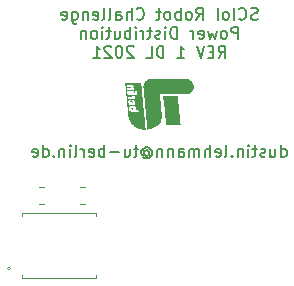
<source format=gbr>
%TF.GenerationSoftware,KiCad,Pcbnew,(6.0.0-rc1-29-g9238b27f63)*%
%TF.CreationDate,2021-12-03T12:51:39+01:00*%
%TF.ProjectId,robolympics_power,726f626f-6c79-46d7-9069-63735f706f77,rev?*%
%TF.SameCoordinates,Original*%
%TF.FileFunction,Legend,Bot*%
%TF.FilePolarity,Positive*%
%FSLAX46Y46*%
G04 Gerber Fmt 4.6, Leading zero omitted, Abs format (unit mm)*
G04 Created by KiCad (PCBNEW (6.0.0-rc1-29-g9238b27f63)) date 2021-12-03 12:51:39*
%MOMM*%
%LPD*%
G01*
G04 APERTURE LIST*
%ADD10C,0.150000*%
%ADD11C,0.120000*%
G04 APERTURE END LIST*
D10*
X185285714Y-100452380D02*
X185285714Y-99452380D01*
X185285714Y-100404761D02*
X185380952Y-100452380D01*
X185571428Y-100452380D01*
X185666666Y-100404761D01*
X185714285Y-100357142D01*
X185761904Y-100261904D01*
X185761904Y-99976190D01*
X185714285Y-99880952D01*
X185666666Y-99833333D01*
X185571428Y-99785714D01*
X185380952Y-99785714D01*
X185285714Y-99833333D01*
X184380952Y-99785714D02*
X184380952Y-100452380D01*
X184809523Y-99785714D02*
X184809523Y-100309523D01*
X184761904Y-100404761D01*
X184666666Y-100452380D01*
X184523809Y-100452380D01*
X184428571Y-100404761D01*
X184380952Y-100357142D01*
X183952380Y-100404761D02*
X183857142Y-100452380D01*
X183666666Y-100452380D01*
X183571428Y-100404761D01*
X183523809Y-100309523D01*
X183523809Y-100261904D01*
X183571428Y-100166666D01*
X183666666Y-100119047D01*
X183809523Y-100119047D01*
X183904761Y-100071428D01*
X183952380Y-99976190D01*
X183952380Y-99928571D01*
X183904761Y-99833333D01*
X183809523Y-99785714D01*
X183666666Y-99785714D01*
X183571428Y-99833333D01*
X183238095Y-99785714D02*
X182857142Y-99785714D01*
X183095238Y-99452380D02*
X183095238Y-100309523D01*
X183047619Y-100404761D01*
X182952380Y-100452380D01*
X182857142Y-100452380D01*
X182523809Y-100452380D02*
X182523809Y-99785714D01*
X182523809Y-99452380D02*
X182571428Y-99500000D01*
X182523809Y-99547619D01*
X182476190Y-99500000D01*
X182523809Y-99452380D01*
X182523809Y-99547619D01*
X182047619Y-99785714D02*
X182047619Y-100452380D01*
X182047619Y-99880952D02*
X182000000Y-99833333D01*
X181904761Y-99785714D01*
X181761904Y-99785714D01*
X181666666Y-99833333D01*
X181619047Y-99928571D01*
X181619047Y-100452380D01*
X181142857Y-100357142D02*
X181095238Y-100404761D01*
X181142857Y-100452380D01*
X181190476Y-100404761D01*
X181142857Y-100357142D01*
X181142857Y-100452380D01*
X180523809Y-100452380D02*
X180619047Y-100404761D01*
X180666666Y-100309523D01*
X180666666Y-99452380D01*
X179761904Y-100404761D02*
X179857142Y-100452380D01*
X180047619Y-100452380D01*
X180142857Y-100404761D01*
X180190476Y-100309523D01*
X180190476Y-99928571D01*
X180142857Y-99833333D01*
X180047619Y-99785714D01*
X179857142Y-99785714D01*
X179761904Y-99833333D01*
X179714285Y-99928571D01*
X179714285Y-100023809D01*
X180190476Y-100119047D01*
X179285714Y-100452380D02*
X179285714Y-99452380D01*
X178857142Y-100452380D02*
X178857142Y-99928571D01*
X178904761Y-99833333D01*
X179000000Y-99785714D01*
X179142857Y-99785714D01*
X179238095Y-99833333D01*
X179285714Y-99880952D01*
X178380952Y-100452380D02*
X178380952Y-99785714D01*
X178380952Y-99880952D02*
X178333333Y-99833333D01*
X178238095Y-99785714D01*
X178095238Y-99785714D01*
X178000000Y-99833333D01*
X177952380Y-99928571D01*
X177952380Y-100452380D01*
X177952380Y-99928571D02*
X177904761Y-99833333D01*
X177809523Y-99785714D01*
X177666666Y-99785714D01*
X177571428Y-99833333D01*
X177523809Y-99928571D01*
X177523809Y-100452380D01*
X176619047Y-100452380D02*
X176619047Y-99928571D01*
X176666666Y-99833333D01*
X176761904Y-99785714D01*
X176952380Y-99785714D01*
X177047619Y-99833333D01*
X176619047Y-100404761D02*
X176714285Y-100452380D01*
X176952380Y-100452380D01*
X177047619Y-100404761D01*
X177095238Y-100309523D01*
X177095238Y-100214285D01*
X177047619Y-100119047D01*
X176952380Y-100071428D01*
X176714285Y-100071428D01*
X176619047Y-100023809D01*
X176142857Y-99785714D02*
X176142857Y-100452380D01*
X176142857Y-99880952D02*
X176095238Y-99833333D01*
X176000000Y-99785714D01*
X175857142Y-99785714D01*
X175761904Y-99833333D01*
X175714285Y-99928571D01*
X175714285Y-100452380D01*
X175238095Y-99785714D02*
X175238095Y-100452380D01*
X175238095Y-99880952D02*
X175190476Y-99833333D01*
X175095238Y-99785714D01*
X174952380Y-99785714D01*
X174857142Y-99833333D01*
X174809523Y-99928571D01*
X174809523Y-100452380D01*
X173714285Y-99976190D02*
X173761904Y-99928571D01*
X173857142Y-99880952D01*
X173952380Y-99880952D01*
X174047619Y-99928571D01*
X174095238Y-99976190D01*
X174142857Y-100071428D01*
X174142857Y-100166666D01*
X174095238Y-100261904D01*
X174047619Y-100309523D01*
X173952380Y-100357142D01*
X173857142Y-100357142D01*
X173761904Y-100309523D01*
X173714285Y-100261904D01*
X173714285Y-99880952D02*
X173714285Y-100261904D01*
X173666666Y-100309523D01*
X173619047Y-100309523D01*
X173523809Y-100261904D01*
X173476190Y-100166666D01*
X173476190Y-99928571D01*
X173571428Y-99785714D01*
X173714285Y-99690476D01*
X173904761Y-99642857D01*
X174095238Y-99690476D01*
X174238095Y-99785714D01*
X174333333Y-99928571D01*
X174380952Y-100119047D01*
X174333333Y-100309523D01*
X174238095Y-100452380D01*
X174095238Y-100547619D01*
X173904761Y-100595238D01*
X173714285Y-100547619D01*
X173571428Y-100452380D01*
X173190476Y-99785714D02*
X172809523Y-99785714D01*
X173047619Y-99452380D02*
X173047619Y-100309523D01*
X173000000Y-100404761D01*
X172904761Y-100452380D01*
X172809523Y-100452380D01*
X172047619Y-99785714D02*
X172047619Y-100452380D01*
X172476190Y-99785714D02*
X172476190Y-100309523D01*
X172428571Y-100404761D01*
X172333333Y-100452380D01*
X172190476Y-100452380D01*
X172095238Y-100404761D01*
X172047619Y-100357142D01*
X171571428Y-100071428D02*
X170809523Y-100071428D01*
X170333333Y-100452380D02*
X170333333Y-99452380D01*
X170333333Y-99833333D02*
X170238095Y-99785714D01*
X170047619Y-99785714D01*
X169952380Y-99833333D01*
X169904761Y-99880952D01*
X169857142Y-99976190D01*
X169857142Y-100261904D01*
X169904761Y-100357142D01*
X169952380Y-100404761D01*
X170047619Y-100452380D01*
X170238095Y-100452380D01*
X170333333Y-100404761D01*
X169047619Y-100404761D02*
X169142857Y-100452380D01*
X169333333Y-100452380D01*
X169428571Y-100404761D01*
X169476190Y-100309523D01*
X169476190Y-99928571D01*
X169428571Y-99833333D01*
X169333333Y-99785714D01*
X169142857Y-99785714D01*
X169047619Y-99833333D01*
X169000000Y-99928571D01*
X169000000Y-100023809D01*
X169476190Y-100119047D01*
X168571428Y-100452380D02*
X168571428Y-99785714D01*
X168571428Y-99976190D02*
X168523809Y-99880952D01*
X168476190Y-99833333D01*
X168380952Y-99785714D01*
X168285714Y-99785714D01*
X167809523Y-100452380D02*
X167904761Y-100404761D01*
X167952380Y-100309523D01*
X167952380Y-99452380D01*
X167428571Y-100452380D02*
X167428571Y-99785714D01*
X167428571Y-99452380D02*
X167476190Y-99500000D01*
X167428571Y-99547619D01*
X167380952Y-99500000D01*
X167428571Y-99452380D01*
X167428571Y-99547619D01*
X166952380Y-99785714D02*
X166952380Y-100452380D01*
X166952380Y-99880952D02*
X166904761Y-99833333D01*
X166809523Y-99785714D01*
X166666666Y-99785714D01*
X166571428Y-99833333D01*
X166523809Y-99928571D01*
X166523809Y-100452380D01*
X166047619Y-100357142D02*
X166000000Y-100404761D01*
X166047619Y-100452380D01*
X166095238Y-100404761D01*
X166047619Y-100357142D01*
X166047619Y-100452380D01*
X165142857Y-100452380D02*
X165142857Y-99452380D01*
X165142857Y-100404761D02*
X165238095Y-100452380D01*
X165428571Y-100452380D01*
X165523809Y-100404761D01*
X165571428Y-100357142D01*
X165619047Y-100261904D01*
X165619047Y-99976190D01*
X165571428Y-99880952D01*
X165523809Y-99833333D01*
X165428571Y-99785714D01*
X165238095Y-99785714D01*
X165142857Y-99833333D01*
X164285714Y-100404761D02*
X164380952Y-100452380D01*
X164571428Y-100452380D01*
X164666666Y-100404761D01*
X164714285Y-100309523D01*
X164714285Y-99928571D01*
X164666666Y-99833333D01*
X164571428Y-99785714D01*
X164380952Y-99785714D01*
X164285714Y-99833333D01*
X164238095Y-99928571D01*
X164238095Y-100023809D01*
X164714285Y-100119047D01*
X183309523Y-88794761D02*
X183166666Y-88842380D01*
X182928571Y-88842380D01*
X182833333Y-88794761D01*
X182785714Y-88747142D01*
X182738095Y-88651904D01*
X182738095Y-88556666D01*
X182785714Y-88461428D01*
X182833333Y-88413809D01*
X182928571Y-88366190D01*
X183119047Y-88318571D01*
X183214285Y-88270952D01*
X183261904Y-88223333D01*
X183309523Y-88128095D01*
X183309523Y-88032857D01*
X183261904Y-87937619D01*
X183214285Y-87890000D01*
X183119047Y-87842380D01*
X182880952Y-87842380D01*
X182738095Y-87890000D01*
X181738095Y-88747142D02*
X181785714Y-88794761D01*
X181928571Y-88842380D01*
X182023809Y-88842380D01*
X182166666Y-88794761D01*
X182261904Y-88699523D01*
X182309523Y-88604285D01*
X182357142Y-88413809D01*
X182357142Y-88270952D01*
X182309523Y-88080476D01*
X182261904Y-87985238D01*
X182166666Y-87890000D01*
X182023809Y-87842380D01*
X181928571Y-87842380D01*
X181785714Y-87890000D01*
X181738095Y-87937619D01*
X181309523Y-88842380D02*
X181309523Y-87842380D01*
X180690476Y-88842380D02*
X180785714Y-88794761D01*
X180833333Y-88747142D01*
X180880952Y-88651904D01*
X180880952Y-88366190D01*
X180833333Y-88270952D01*
X180785714Y-88223333D01*
X180690476Y-88175714D01*
X180547619Y-88175714D01*
X180452380Y-88223333D01*
X180404761Y-88270952D01*
X180357142Y-88366190D01*
X180357142Y-88651904D01*
X180404761Y-88747142D01*
X180452380Y-88794761D01*
X180547619Y-88842380D01*
X180690476Y-88842380D01*
X179928571Y-88842380D02*
X179928571Y-87842380D01*
X178119047Y-88842380D02*
X178452380Y-88366190D01*
X178690476Y-88842380D02*
X178690476Y-87842380D01*
X178309523Y-87842380D01*
X178214285Y-87890000D01*
X178166666Y-87937619D01*
X178119047Y-88032857D01*
X178119047Y-88175714D01*
X178166666Y-88270952D01*
X178214285Y-88318571D01*
X178309523Y-88366190D01*
X178690476Y-88366190D01*
X177547619Y-88842380D02*
X177642857Y-88794761D01*
X177690476Y-88747142D01*
X177738095Y-88651904D01*
X177738095Y-88366190D01*
X177690476Y-88270952D01*
X177642857Y-88223333D01*
X177547619Y-88175714D01*
X177404761Y-88175714D01*
X177309523Y-88223333D01*
X177261904Y-88270952D01*
X177214285Y-88366190D01*
X177214285Y-88651904D01*
X177261904Y-88747142D01*
X177309523Y-88794761D01*
X177404761Y-88842380D01*
X177547619Y-88842380D01*
X176785714Y-88842380D02*
X176785714Y-87842380D01*
X176785714Y-88223333D02*
X176690476Y-88175714D01*
X176500000Y-88175714D01*
X176404761Y-88223333D01*
X176357142Y-88270952D01*
X176309523Y-88366190D01*
X176309523Y-88651904D01*
X176357142Y-88747142D01*
X176404761Y-88794761D01*
X176500000Y-88842380D01*
X176690476Y-88842380D01*
X176785714Y-88794761D01*
X175738095Y-88842380D02*
X175833333Y-88794761D01*
X175880952Y-88747142D01*
X175928571Y-88651904D01*
X175928571Y-88366190D01*
X175880952Y-88270952D01*
X175833333Y-88223333D01*
X175738095Y-88175714D01*
X175595238Y-88175714D01*
X175500000Y-88223333D01*
X175452380Y-88270952D01*
X175404761Y-88366190D01*
X175404761Y-88651904D01*
X175452380Y-88747142D01*
X175500000Y-88794761D01*
X175595238Y-88842380D01*
X175738095Y-88842380D01*
X175119047Y-88175714D02*
X174738095Y-88175714D01*
X174976190Y-87842380D02*
X174976190Y-88699523D01*
X174928571Y-88794761D01*
X174833333Y-88842380D01*
X174738095Y-88842380D01*
X173071428Y-88747142D02*
X173119047Y-88794761D01*
X173261904Y-88842380D01*
X173357142Y-88842380D01*
X173500000Y-88794761D01*
X173595238Y-88699523D01*
X173642857Y-88604285D01*
X173690476Y-88413809D01*
X173690476Y-88270952D01*
X173642857Y-88080476D01*
X173595238Y-87985238D01*
X173500000Y-87890000D01*
X173357142Y-87842380D01*
X173261904Y-87842380D01*
X173119047Y-87890000D01*
X173071428Y-87937619D01*
X172642857Y-88842380D02*
X172642857Y-87842380D01*
X172214285Y-88842380D02*
X172214285Y-88318571D01*
X172261904Y-88223333D01*
X172357142Y-88175714D01*
X172500000Y-88175714D01*
X172595238Y-88223333D01*
X172642857Y-88270952D01*
X171309523Y-88842380D02*
X171309523Y-88318571D01*
X171357142Y-88223333D01*
X171452380Y-88175714D01*
X171642857Y-88175714D01*
X171738095Y-88223333D01*
X171309523Y-88794761D02*
X171404761Y-88842380D01*
X171642857Y-88842380D01*
X171738095Y-88794761D01*
X171785714Y-88699523D01*
X171785714Y-88604285D01*
X171738095Y-88509047D01*
X171642857Y-88461428D01*
X171404761Y-88461428D01*
X171309523Y-88413809D01*
X170690476Y-88842380D02*
X170785714Y-88794761D01*
X170833333Y-88699523D01*
X170833333Y-87842380D01*
X170166666Y-88842380D02*
X170261904Y-88794761D01*
X170309523Y-88699523D01*
X170309523Y-87842380D01*
X169404761Y-88794761D02*
X169500000Y-88842380D01*
X169690476Y-88842380D01*
X169785714Y-88794761D01*
X169833333Y-88699523D01*
X169833333Y-88318571D01*
X169785714Y-88223333D01*
X169690476Y-88175714D01*
X169500000Y-88175714D01*
X169404761Y-88223333D01*
X169357142Y-88318571D01*
X169357142Y-88413809D01*
X169833333Y-88509047D01*
X168928571Y-88175714D02*
X168928571Y-88842380D01*
X168928571Y-88270952D02*
X168880952Y-88223333D01*
X168785714Y-88175714D01*
X168642857Y-88175714D01*
X168547619Y-88223333D01*
X168500000Y-88318571D01*
X168500000Y-88842380D01*
X167595238Y-88175714D02*
X167595238Y-88985238D01*
X167642857Y-89080476D01*
X167690476Y-89128095D01*
X167785714Y-89175714D01*
X167928571Y-89175714D01*
X168023809Y-89128095D01*
X167595238Y-88794761D02*
X167690476Y-88842380D01*
X167880952Y-88842380D01*
X167976190Y-88794761D01*
X168023809Y-88747142D01*
X168071428Y-88651904D01*
X168071428Y-88366190D01*
X168023809Y-88270952D01*
X167976190Y-88223333D01*
X167880952Y-88175714D01*
X167690476Y-88175714D01*
X167595238Y-88223333D01*
X166738095Y-88794761D02*
X166833333Y-88842380D01*
X167023809Y-88842380D01*
X167119047Y-88794761D01*
X167166666Y-88699523D01*
X167166666Y-88318571D01*
X167119047Y-88223333D01*
X167023809Y-88175714D01*
X166833333Y-88175714D01*
X166738095Y-88223333D01*
X166690476Y-88318571D01*
X166690476Y-88413809D01*
X167166666Y-88509047D01*
X181666666Y-90452380D02*
X181666666Y-89452380D01*
X181285714Y-89452380D01*
X181190476Y-89500000D01*
X181142857Y-89547619D01*
X181095238Y-89642857D01*
X181095238Y-89785714D01*
X181142857Y-89880952D01*
X181190476Y-89928571D01*
X181285714Y-89976190D01*
X181666666Y-89976190D01*
X180523809Y-90452380D02*
X180619047Y-90404761D01*
X180666666Y-90357142D01*
X180714285Y-90261904D01*
X180714285Y-89976190D01*
X180666666Y-89880952D01*
X180619047Y-89833333D01*
X180523809Y-89785714D01*
X180380952Y-89785714D01*
X180285714Y-89833333D01*
X180238095Y-89880952D01*
X180190476Y-89976190D01*
X180190476Y-90261904D01*
X180238095Y-90357142D01*
X180285714Y-90404761D01*
X180380952Y-90452380D01*
X180523809Y-90452380D01*
X179857142Y-89785714D02*
X179666666Y-90452380D01*
X179476190Y-89976190D01*
X179285714Y-90452380D01*
X179095238Y-89785714D01*
X178333333Y-90404761D02*
X178428571Y-90452380D01*
X178619047Y-90452380D01*
X178714285Y-90404761D01*
X178761904Y-90309523D01*
X178761904Y-89928571D01*
X178714285Y-89833333D01*
X178619047Y-89785714D01*
X178428571Y-89785714D01*
X178333333Y-89833333D01*
X178285714Y-89928571D01*
X178285714Y-90023809D01*
X178761904Y-90119047D01*
X177857142Y-90452380D02*
X177857142Y-89785714D01*
X177857142Y-89976190D02*
X177809523Y-89880952D01*
X177761904Y-89833333D01*
X177666666Y-89785714D01*
X177571428Y-89785714D01*
X176476190Y-90452380D02*
X176476190Y-89452380D01*
X176238095Y-89452380D01*
X176095238Y-89500000D01*
X176000000Y-89595238D01*
X175952380Y-89690476D01*
X175904761Y-89880952D01*
X175904761Y-90023809D01*
X175952380Y-90214285D01*
X176000000Y-90309523D01*
X176095238Y-90404761D01*
X176238095Y-90452380D01*
X176476190Y-90452380D01*
X175476190Y-90452380D02*
X175476190Y-89785714D01*
X175476190Y-89452380D02*
X175523809Y-89500000D01*
X175476190Y-89547619D01*
X175428571Y-89500000D01*
X175476190Y-89452380D01*
X175476190Y-89547619D01*
X175047619Y-90404761D02*
X174952380Y-90452380D01*
X174761904Y-90452380D01*
X174666666Y-90404761D01*
X174619047Y-90309523D01*
X174619047Y-90261904D01*
X174666666Y-90166666D01*
X174761904Y-90119047D01*
X174904761Y-90119047D01*
X175000000Y-90071428D01*
X175047619Y-89976190D01*
X175047619Y-89928571D01*
X175000000Y-89833333D01*
X174904761Y-89785714D01*
X174761904Y-89785714D01*
X174666666Y-89833333D01*
X174333333Y-89785714D02*
X173952380Y-89785714D01*
X174190476Y-89452380D02*
X174190476Y-90309523D01*
X174142857Y-90404761D01*
X174047619Y-90452380D01*
X173952380Y-90452380D01*
X173619047Y-90452380D02*
X173619047Y-89785714D01*
X173619047Y-89976190D02*
X173571428Y-89880952D01*
X173523809Y-89833333D01*
X173428571Y-89785714D01*
X173333333Y-89785714D01*
X173000000Y-90452380D02*
X173000000Y-89785714D01*
X173000000Y-89452380D02*
X173047619Y-89500000D01*
X173000000Y-89547619D01*
X172952380Y-89500000D01*
X173000000Y-89452380D01*
X173000000Y-89547619D01*
X172523809Y-90452380D02*
X172523809Y-89452380D01*
X172523809Y-89833333D02*
X172428571Y-89785714D01*
X172238095Y-89785714D01*
X172142857Y-89833333D01*
X172095238Y-89880952D01*
X172047619Y-89976190D01*
X172047619Y-90261904D01*
X172095238Y-90357142D01*
X172142857Y-90404761D01*
X172238095Y-90452380D01*
X172428571Y-90452380D01*
X172523809Y-90404761D01*
X171190476Y-89785714D02*
X171190476Y-90452380D01*
X171619047Y-89785714D02*
X171619047Y-90309523D01*
X171571428Y-90404761D01*
X171476190Y-90452380D01*
X171333333Y-90452380D01*
X171238095Y-90404761D01*
X171190476Y-90357142D01*
X170857142Y-89785714D02*
X170476190Y-89785714D01*
X170714285Y-89452380D02*
X170714285Y-90309523D01*
X170666666Y-90404761D01*
X170571428Y-90452380D01*
X170476190Y-90452380D01*
X170142857Y-90452380D02*
X170142857Y-89785714D01*
X170142857Y-89452380D02*
X170190476Y-89500000D01*
X170142857Y-89547619D01*
X170095238Y-89500000D01*
X170142857Y-89452380D01*
X170142857Y-89547619D01*
X169523809Y-90452380D02*
X169619047Y-90404761D01*
X169666666Y-90357142D01*
X169714285Y-90261904D01*
X169714285Y-89976190D01*
X169666666Y-89880952D01*
X169619047Y-89833333D01*
X169523809Y-89785714D01*
X169380952Y-89785714D01*
X169285714Y-89833333D01*
X169238095Y-89880952D01*
X169190476Y-89976190D01*
X169190476Y-90261904D01*
X169238095Y-90357142D01*
X169285714Y-90404761D01*
X169380952Y-90452380D01*
X169523809Y-90452380D01*
X168761904Y-89785714D02*
X168761904Y-90452380D01*
X168761904Y-89880952D02*
X168714285Y-89833333D01*
X168619047Y-89785714D01*
X168476190Y-89785714D01*
X168380952Y-89833333D01*
X168333333Y-89928571D01*
X168333333Y-90452380D01*
X180000000Y-92062380D02*
X180333333Y-91586190D01*
X180571428Y-92062380D02*
X180571428Y-91062380D01*
X180190476Y-91062380D01*
X180095238Y-91110000D01*
X180047619Y-91157619D01*
X180000000Y-91252857D01*
X180000000Y-91395714D01*
X180047619Y-91490952D01*
X180095238Y-91538571D01*
X180190476Y-91586190D01*
X180571428Y-91586190D01*
X179571428Y-91538571D02*
X179238095Y-91538571D01*
X179095238Y-92062380D02*
X179571428Y-92062380D01*
X179571428Y-91062380D01*
X179095238Y-91062380D01*
X178809523Y-91062380D02*
X178476190Y-92062380D01*
X178142857Y-91062380D01*
X176523809Y-92062380D02*
X177095238Y-92062380D01*
X176809523Y-92062380D02*
X176809523Y-91062380D01*
X176904761Y-91205238D01*
X177000000Y-91300476D01*
X177095238Y-91348095D01*
X175333333Y-92062380D02*
X175333333Y-91062380D01*
X175095238Y-91062380D01*
X174952380Y-91110000D01*
X174857142Y-91205238D01*
X174809523Y-91300476D01*
X174761904Y-91490952D01*
X174761904Y-91633809D01*
X174809523Y-91824285D01*
X174857142Y-91919523D01*
X174952380Y-92014761D01*
X175095238Y-92062380D01*
X175333333Y-92062380D01*
X173857142Y-92062380D02*
X174333333Y-92062380D01*
X174333333Y-91062380D01*
X172809523Y-91157619D02*
X172761904Y-91110000D01*
X172666666Y-91062380D01*
X172428571Y-91062380D01*
X172333333Y-91110000D01*
X172285714Y-91157619D01*
X172238095Y-91252857D01*
X172238095Y-91348095D01*
X172285714Y-91490952D01*
X172857142Y-92062380D01*
X172238095Y-92062380D01*
X171619047Y-91062380D02*
X171523809Y-91062380D01*
X171428571Y-91110000D01*
X171380952Y-91157619D01*
X171333333Y-91252857D01*
X171285714Y-91443333D01*
X171285714Y-91681428D01*
X171333333Y-91871904D01*
X171380952Y-91967142D01*
X171428571Y-92014761D01*
X171523809Y-92062380D01*
X171619047Y-92062380D01*
X171714285Y-92014761D01*
X171761904Y-91967142D01*
X171809523Y-91871904D01*
X171857142Y-91681428D01*
X171857142Y-91443333D01*
X171809523Y-91252857D01*
X171761904Y-91157619D01*
X171714285Y-91110000D01*
X171619047Y-91062380D01*
X170904761Y-91157619D02*
X170857142Y-91110000D01*
X170761904Y-91062380D01*
X170523809Y-91062380D01*
X170428571Y-91110000D01*
X170380952Y-91157619D01*
X170333333Y-91252857D01*
X170333333Y-91348095D01*
X170380952Y-91490952D01*
X170952380Y-92062380D01*
X170333333Y-92062380D01*
X169380952Y-92062380D02*
X169952380Y-92062380D01*
X169666666Y-92062380D02*
X169666666Y-91062380D01*
X169761904Y-91205238D01*
X169857142Y-91300476D01*
X169952380Y-91348095D01*
D11*
%TO.C,R1*%
X164772936Y-104485000D02*
X165227064Y-104485000D01*
X164772936Y-103015000D02*
X165227064Y-103015000D01*
%TO.C,U1*%
X163375800Y-110755900D02*
X163375800Y-110491740D01*
X169624200Y-105244100D02*
X169624200Y-105508260D01*
X163375800Y-105244100D02*
X169624200Y-105244100D01*
X169624200Y-110491740D02*
X169624200Y-110755900D01*
X169624200Y-110755900D02*
X163375800Y-110755900D01*
X163375800Y-105508260D02*
X163375800Y-105244100D01*
X162404200Y-109905000D02*
G75*
G03*
X162404200Y-109905000I-127000J0D01*
G01*
%TO.C,G\u002A\u002A\u002A*%
G36*
X173540434Y-95131390D02*
G01*
X173548334Y-95213563D01*
X173551544Y-95246940D01*
X173556431Y-95297767D01*
X173564706Y-95383809D01*
X173573140Y-95471502D01*
X173581716Y-95560653D01*
X173582420Y-95567966D01*
X173590415Y-95651074D01*
X173599219Y-95742573D01*
X173608109Y-95834960D01*
X173611680Y-95872064D01*
X173617068Y-95928045D01*
X173626076Y-96021637D01*
X173635116Y-96115547D01*
X173644169Y-96209584D01*
X173653217Y-96303557D01*
X173662242Y-96397276D01*
X173671225Y-96490552D01*
X173680148Y-96583193D01*
X173685239Y-96636050D01*
X173688992Y-96675010D01*
X173697740Y-96765812D01*
X173706373Y-96855408D01*
X173714872Y-96943609D01*
X173723219Y-97030224D01*
X173731397Y-97115062D01*
X173739386Y-97197935D01*
X173747169Y-97278650D01*
X173754727Y-97357018D01*
X173762041Y-97432849D01*
X173769094Y-97505952D01*
X173775866Y-97576137D01*
X173782341Y-97643213D01*
X173788499Y-97706991D01*
X173794322Y-97767279D01*
X173799792Y-97823889D01*
X173804890Y-97876628D01*
X173809598Y-97925308D01*
X173813898Y-97969737D01*
X173817772Y-98009726D01*
X173821201Y-98045084D01*
X173824166Y-98075620D01*
X173826650Y-98101145D01*
X173828635Y-98121468D01*
X173830101Y-98136399D01*
X173831031Y-98145747D01*
X173831405Y-98149323D01*
X173833108Y-98160978D01*
X173746752Y-98159279D01*
X173719844Y-98158688D01*
X173692776Y-98157881D01*
X173669252Y-98156854D01*
X173647946Y-98155506D01*
X173627532Y-98153736D01*
X173606684Y-98151442D01*
X173584078Y-98148524D01*
X173558387Y-98144879D01*
X173512926Y-98137468D01*
X173424657Y-98118598D01*
X173338327Y-98094220D01*
X173254150Y-98064514D01*
X173172339Y-98029659D01*
X173093108Y-97989833D01*
X173016670Y-97945218D01*
X172943240Y-97895991D01*
X172873029Y-97842333D01*
X172806253Y-97784423D01*
X172743125Y-97722440D01*
X172683857Y-97656564D01*
X172628665Y-97586974D01*
X172577760Y-97513849D01*
X172531357Y-97437369D01*
X172489670Y-97357714D01*
X172452912Y-97275062D01*
X172421296Y-97189593D01*
X172406285Y-97141954D01*
X172386084Y-97065947D01*
X172370282Y-96988857D01*
X172358640Y-96909469D01*
X172350925Y-96826565D01*
X172350827Y-96825292D01*
X172350177Y-96817860D01*
X172348986Y-96804818D01*
X172347277Y-96786401D01*
X172345073Y-96762847D01*
X172342396Y-96734390D01*
X172339268Y-96701269D01*
X172335714Y-96663719D01*
X172331754Y-96621976D01*
X172327412Y-96576277D01*
X172322711Y-96526859D01*
X172317674Y-96473958D01*
X172312322Y-96417810D01*
X172306679Y-96358652D01*
X172306524Y-96357028D01*
X172406576Y-96357028D01*
X172406654Y-96365790D01*
X172407035Y-96381993D01*
X172407859Y-96394591D01*
X172409325Y-96405244D01*
X172411632Y-96415610D01*
X172414977Y-96427348D01*
X172418974Y-96439649D01*
X172435138Y-96477551D01*
X172455897Y-96511663D01*
X172481135Y-96541891D01*
X172510736Y-96568142D01*
X172544583Y-96590323D01*
X172582558Y-96608340D01*
X172624545Y-96622100D01*
X172670428Y-96631509D01*
X172670822Y-96631568D01*
X172677104Y-96632369D01*
X172684678Y-96633073D01*
X172693938Y-96633683D01*
X172705274Y-96634208D01*
X172719080Y-96634652D01*
X172735747Y-96635021D01*
X172755669Y-96635323D01*
X172779237Y-96635562D01*
X172806843Y-96635744D01*
X172838881Y-96635877D01*
X172875742Y-96635965D01*
X172917819Y-96636015D01*
X172965504Y-96636032D01*
X173230690Y-96636050D01*
X173228867Y-96617298D01*
X173228773Y-96616314D01*
X173227926Y-96606725D01*
X173226754Y-96592598D01*
X173225357Y-96575188D01*
X173223836Y-96555751D01*
X173222292Y-96535542D01*
X173221892Y-96530290D01*
X173220408Y-96511433D01*
X173219003Y-96494552D01*
X173217764Y-96480649D01*
X173216781Y-96470726D01*
X173216142Y-96465786D01*
X173214745Y-96459036D01*
X173100794Y-96459036D01*
X173085547Y-96459019D01*
X173056462Y-96458873D01*
X173032086Y-96458582D01*
X173012679Y-96458154D01*
X172998497Y-96457594D01*
X172989798Y-96456910D01*
X172986842Y-96456108D01*
X172986922Y-96455502D01*
X172988962Y-96450444D01*
X172992892Y-96443357D01*
X172995853Y-96438094D01*
X173003638Y-96418300D01*
X173008766Y-96395190D01*
X173011053Y-96370419D01*
X173010314Y-96345646D01*
X173006364Y-96322525D01*
X172999044Y-96300293D01*
X172984213Y-96270781D01*
X172964437Y-96243135D01*
X172940237Y-96217644D01*
X172912132Y-96194596D01*
X172880646Y-96174277D01*
X172846298Y-96156976D01*
X172809609Y-96142979D01*
X172771100Y-96132575D01*
X172731293Y-96126050D01*
X172690709Y-96123692D01*
X172649867Y-96125789D01*
X172647095Y-96126098D01*
X172603140Y-96133403D01*
X172563045Y-96144755D01*
X172526983Y-96160031D01*
X172495129Y-96179111D01*
X172467658Y-96201871D01*
X172444743Y-96228191D01*
X172426559Y-96257949D01*
X172413280Y-96291023D01*
X172412146Y-96294764D01*
X172409618Y-96304405D01*
X172407952Y-96313922D01*
X172406994Y-96324845D01*
X172406587Y-96338703D01*
X172406576Y-96357028D01*
X172306524Y-96357028D01*
X172300767Y-96296720D01*
X172294609Y-96232250D01*
X172288227Y-96165480D01*
X172281645Y-96096644D01*
X172274886Y-96025981D01*
X172267970Y-95953725D01*
X172260922Y-95880114D01*
X172253870Y-95806484D01*
X172355353Y-95806484D01*
X172355371Y-95812258D01*
X172355861Y-95836575D01*
X172357199Y-95856660D01*
X172359643Y-95873954D01*
X172363449Y-95889899D01*
X172368873Y-95905936D01*
X172376172Y-95923507D01*
X172383897Y-95938970D01*
X172400665Y-95965208D01*
X172421285Y-95990837D01*
X172444561Y-96014435D01*
X172469301Y-96034576D01*
X172479118Y-96041253D01*
X172509974Y-96058796D01*
X172543905Y-96073789D01*
X172578880Y-96085406D01*
X172612867Y-96092824D01*
X172621634Y-96094071D01*
X172665212Y-96097402D01*
X172708708Y-96096172D01*
X172751201Y-96090542D01*
X172791772Y-96080673D01*
X172829502Y-96066726D01*
X172863471Y-96048862D01*
X172870272Y-96044474D01*
X172898555Y-96022213D01*
X172921997Y-95996761D01*
X172940474Y-95968568D01*
X172953864Y-95938087D01*
X172962045Y-95905769D01*
X172964892Y-95872064D01*
X172962283Y-95837424D01*
X172954095Y-95802301D01*
X172940206Y-95767145D01*
X172938562Y-95763780D01*
X172918632Y-95730427D01*
X172893562Y-95700146D01*
X172863392Y-95672977D01*
X172828157Y-95648959D01*
X172825199Y-95647248D01*
X172814929Y-95641735D01*
X172802858Y-95635699D01*
X172790177Y-95629682D01*
X172778076Y-95624226D01*
X172767746Y-95619872D01*
X172760379Y-95617163D01*
X172757164Y-95616642D01*
X172756805Y-95617069D01*
X172753394Y-95621207D01*
X172746681Y-95629385D01*
X172737023Y-95641169D01*
X172724773Y-95656123D01*
X172710288Y-95673815D01*
X172693922Y-95693811D01*
X172676032Y-95715677D01*
X172656971Y-95738979D01*
X172649403Y-95748226D01*
X172630684Y-95771040D01*
X172613216Y-95792247D01*
X172597363Y-95811413D01*
X172583485Y-95828103D01*
X172571947Y-95841881D01*
X172563110Y-95852311D01*
X172557338Y-95858960D01*
X172554992Y-95861391D01*
X172553382Y-95860281D01*
X172550305Y-95854882D01*
X172546906Y-95846390D01*
X172543776Y-95834483D01*
X172541314Y-95813569D01*
X172541473Y-95790856D01*
X172544196Y-95768477D01*
X172549431Y-95748562D01*
X172562061Y-95719819D01*
X172579421Y-95691597D01*
X172599839Y-95667426D01*
X172617910Y-95649354D01*
X172605111Y-95647679D01*
X172600333Y-95647169D01*
X172589530Y-95646251D01*
X172574978Y-95645166D01*
X172557972Y-95644008D01*
X172539807Y-95642873D01*
X172530779Y-95642330D01*
X172508841Y-95640977D01*
X172486340Y-95639551D01*
X172465461Y-95638192D01*
X172448388Y-95637038D01*
X172436405Y-95636305D01*
X172421014Y-95635798D01*
X172410724Y-95636114D01*
X172405957Y-95637252D01*
X172404839Y-95638464D01*
X172400675Y-95644882D01*
X172395002Y-95655196D01*
X172388379Y-95668231D01*
X172381364Y-95682807D01*
X172374517Y-95697748D01*
X172368394Y-95711875D01*
X172363556Y-95724011D01*
X172360560Y-95732979D01*
X172360264Y-95734095D01*
X172358259Y-95743402D01*
X172356846Y-95754158D01*
X172355944Y-95767499D01*
X172355473Y-95784563D01*
X172355353Y-95806484D01*
X172253870Y-95806484D01*
X172253765Y-95805385D01*
X172246520Y-95729772D01*
X172239210Y-95653513D01*
X172231858Y-95576845D01*
X172224488Y-95500003D01*
X172217120Y-95423224D01*
X172214598Y-95396952D01*
X172317789Y-95396952D01*
X172317817Y-95403703D01*
X172317994Y-95406866D01*
X172318700Y-95415599D01*
X172319865Y-95428721D01*
X172321409Y-95445336D01*
X172323250Y-95464547D01*
X172325305Y-95485459D01*
X172326939Y-95501979D01*
X172328822Y-95521259D01*
X172330429Y-95537974D01*
X172331677Y-95551273D01*
X172332487Y-95560304D01*
X172332777Y-95564215D01*
X172332794Y-95564300D01*
X172334190Y-95564933D01*
X172338035Y-95565493D01*
X172344626Y-95565985D01*
X172354257Y-95566413D01*
X172367226Y-95566779D01*
X172383828Y-95567088D01*
X172404359Y-95567343D01*
X172429115Y-95567549D01*
X172458392Y-95567709D01*
X172492485Y-95567827D01*
X172531691Y-95567907D01*
X172576306Y-95567952D01*
X172626625Y-95567966D01*
X172920459Y-95567966D01*
X172919155Y-95558215D01*
X172918530Y-95552396D01*
X172917532Y-95541625D01*
X172916270Y-95527119D01*
X172914844Y-95510018D01*
X172913351Y-95491460D01*
X172911928Y-95473823D01*
X172910414Y-95455817D01*
X172909025Y-95440045D01*
X172907870Y-95427758D01*
X172907062Y-95420204D01*
X172905272Y-95405953D01*
X172858300Y-95405755D01*
X172811328Y-95405558D01*
X172827789Y-95401135D01*
X172844226Y-95395635D01*
X172865775Y-95384582D01*
X172883734Y-95370514D01*
X172897330Y-95354075D01*
X172905795Y-95335911D01*
X172908678Y-95324110D01*
X172910601Y-95311612D01*
X172911354Y-95300322D01*
X172910836Y-95291777D01*
X172908947Y-95287513D01*
X172906471Y-95287132D01*
X172898508Y-95286788D01*
X172885827Y-95286603D01*
X172869144Y-95286579D01*
X172849179Y-95286714D01*
X172826649Y-95287010D01*
X172802272Y-95287466D01*
X172699244Y-95289674D01*
X172699780Y-95315561D01*
X172699877Y-95321441D01*
X172699692Y-95332819D01*
X172698594Y-95340953D01*
X172696208Y-95347802D01*
X172692159Y-95355328D01*
X172691977Y-95355635D01*
X172682065Y-95368150D01*
X172669269Y-95378661D01*
X172667383Y-95379857D01*
X172661148Y-95383526D01*
X172654761Y-95386628D01*
X172647690Y-95389209D01*
X172639403Y-95391319D01*
X172629369Y-95393003D01*
X172617057Y-95394311D01*
X172601933Y-95395288D01*
X172583468Y-95395984D01*
X172561128Y-95396446D01*
X172534383Y-95396720D01*
X172502701Y-95396856D01*
X172465551Y-95396900D01*
X172317789Y-95396952D01*
X172214598Y-95396952D01*
X172209779Y-95346745D01*
X172202487Y-95270801D01*
X172195266Y-95195630D01*
X172188139Y-95121467D01*
X172183761Y-95075927D01*
X172285826Y-95075927D01*
X172286801Y-95084178D01*
X172286926Y-95085303D01*
X172287643Y-95092386D01*
X172288781Y-95104104D01*
X172290243Y-95119444D01*
X172291933Y-95137392D01*
X172293753Y-95156933D01*
X172294275Y-95162542D01*
X172296134Y-95182205D01*
X172297890Y-95200304D01*
X172299434Y-95215737D01*
X172300655Y-95227400D01*
X172301443Y-95234189D01*
X172303156Y-95246940D01*
X173110678Y-95246940D01*
X173108919Y-95231189D01*
X173108607Y-95228299D01*
X173107584Y-95218306D01*
X173106154Y-95203951D01*
X173104427Y-95186332D01*
X173102509Y-95166544D01*
X173100509Y-95145682D01*
X173093857Y-95075927D01*
X172285826Y-95075927D01*
X172183761Y-95075927D01*
X172181129Y-95048550D01*
X172174259Y-94977114D01*
X172167551Y-94907396D01*
X172161536Y-94844909D01*
X172263012Y-94844909D01*
X172264779Y-94859160D01*
X172264945Y-94860553D01*
X172265900Y-94869213D01*
X172267281Y-94882412D01*
X172268974Y-94899017D01*
X172270863Y-94917896D01*
X172272832Y-94937916D01*
X172273485Y-94944579D01*
X172275387Y-94963537D01*
X172277146Y-94980460D01*
X172278657Y-94994363D01*
X172279813Y-95004262D01*
X172280509Y-95009172D01*
X172281901Y-95015922D01*
X173096747Y-95015922D01*
X173088397Y-94935666D01*
X173086212Y-94914518D01*
X173084200Y-94894744D01*
X173082485Y-94877583D01*
X173081149Y-94863872D01*
X173080276Y-94854451D01*
X173079948Y-94850159D01*
X173079670Y-94848847D01*
X173078368Y-94847633D01*
X173075420Y-94846696D01*
X173070205Y-94846001D01*
X173062100Y-94845513D01*
X173050484Y-94845195D01*
X173034733Y-94845012D01*
X173014227Y-94844929D01*
X172988342Y-94844909D01*
X172965406Y-94844923D01*
X172944259Y-94844997D01*
X172927947Y-94845165D01*
X172915848Y-94845463D01*
X172907340Y-94845928D01*
X172901803Y-94846594D01*
X172898613Y-94847498D01*
X172897150Y-94848674D01*
X172896792Y-94850159D01*
X172897064Y-94854322D01*
X172897874Y-94863657D01*
X172899141Y-94877298D01*
X172900787Y-94894405D01*
X172902732Y-94914141D01*
X172904896Y-94935666D01*
X172913043Y-95015922D01*
X172861700Y-95015922D01*
X172859848Y-94995671D01*
X172859689Y-94993955D01*
X172858693Y-94983546D01*
X172857240Y-94968716D01*
X172855454Y-94950711D01*
X172853459Y-94930778D01*
X172851378Y-94910164D01*
X172844760Y-94844909D01*
X172263012Y-94844909D01*
X172161536Y-94844909D01*
X172161028Y-94839632D01*
X172154712Y-94774059D01*
X172148627Y-94710913D01*
X172142794Y-94650430D01*
X172137237Y-94592848D01*
X172131978Y-94538402D01*
X172127041Y-94487329D01*
X172122447Y-94439865D01*
X172118219Y-94396246D01*
X172114380Y-94356710D01*
X172111935Y-94331581D01*
X172215781Y-94331581D01*
X172215786Y-94339976D01*
X172215976Y-94343783D01*
X172216687Y-94353169D01*
X172217850Y-94366881D01*
X172219385Y-94384009D01*
X172221213Y-94403643D01*
X172223252Y-94424876D01*
X172225007Y-94442922D01*
X172226858Y-94462081D01*
X172228435Y-94478553D01*
X172229662Y-94491516D01*
X172230459Y-94500149D01*
X172230748Y-94503632D01*
X172230978Y-94503742D01*
X172235472Y-94504130D01*
X172245325Y-94504496D01*
X172260032Y-94504834D01*
X172279091Y-94505140D01*
X172301998Y-94505405D01*
X172328251Y-94505625D01*
X172357345Y-94505792D01*
X172388778Y-94505902D01*
X172422047Y-94505948D01*
X172458093Y-94505967D01*
X172491700Y-94506009D01*
X172520194Y-94506086D01*
X172544036Y-94506210D01*
X172563686Y-94506394D01*
X172579606Y-94506651D01*
X172592257Y-94506994D01*
X172602099Y-94507434D01*
X172609594Y-94507985D01*
X172615201Y-94508660D01*
X172619383Y-94509471D01*
X172622600Y-94510431D01*
X172625313Y-94511553D01*
X172638773Y-94519730D01*
X172648460Y-94531025D01*
X172653014Y-94545017D01*
X172653380Y-94554371D01*
X172649939Y-94566810D01*
X172641296Y-94577210D01*
X172627083Y-94586153D01*
X172610312Y-94594389D01*
X172425048Y-94595247D01*
X172420698Y-94595268D01*
X172388181Y-94595461D01*
X172357574Y-94595708D01*
X172329389Y-94596000D01*
X172304137Y-94596330D01*
X172282330Y-94596689D01*
X172264479Y-94597068D01*
X172251094Y-94597460D01*
X172242687Y-94597856D01*
X172239770Y-94598248D01*
X172239770Y-94598250D01*
X172240065Y-94602287D01*
X172240897Y-94611310D01*
X172242165Y-94624338D01*
X172243766Y-94640391D01*
X172245601Y-94658490D01*
X172247567Y-94677654D01*
X172249565Y-94696905D01*
X172251492Y-94715261D01*
X172253248Y-94731744D01*
X172254732Y-94745373D01*
X172255842Y-94755169D01*
X172256477Y-94760152D01*
X172258056Y-94769903D01*
X172840102Y-94769903D01*
X172838513Y-94760152D01*
X172838335Y-94758943D01*
X172837436Y-94751470D01*
X172836129Y-94739387D01*
X172834519Y-94723734D01*
X172832717Y-94705556D01*
X172830829Y-94685896D01*
X172830247Y-94679757D01*
X172828374Y-94660442D01*
X172826619Y-94642929D01*
X172825091Y-94628263D01*
X172823898Y-94617485D01*
X172823146Y-94611640D01*
X172821557Y-94601890D01*
X172784190Y-94601890D01*
X172782680Y-94601888D01*
X172768701Y-94601686D01*
X172757310Y-94601198D01*
X172749646Y-94600493D01*
X172746843Y-94599639D01*
X172747196Y-94598832D01*
X172750952Y-94595081D01*
X172757484Y-94590156D01*
X172769074Y-94580836D01*
X172784000Y-94565160D01*
X172797790Y-94546840D01*
X172808981Y-94527653D01*
X172809967Y-94525654D01*
X172814847Y-94515287D01*
X172817892Y-94507006D01*
X172819533Y-94498792D01*
X172820202Y-94488621D01*
X172820329Y-94474472D01*
X172820195Y-94460636D01*
X172819525Y-94450226D01*
X172817935Y-94441987D01*
X172815042Y-94433966D01*
X172810462Y-94424210D01*
X172797696Y-94403936D01*
X172778723Y-94384454D01*
X172754436Y-94367657D01*
X172724810Y-94353528D01*
X172689818Y-94342049D01*
X172658316Y-94333556D01*
X172437048Y-94332569D01*
X172215781Y-94331581D01*
X172111935Y-94331581D01*
X172110953Y-94321492D01*
X172107961Y-94290828D01*
X172105425Y-94264956D01*
X172103369Y-94244112D01*
X172101816Y-94228532D01*
X172100787Y-94218452D01*
X172100307Y-94214109D01*
X172098701Y-94202858D01*
X172799383Y-94202858D01*
X172873570Y-94202865D01*
X172942045Y-94202879D01*
X173005029Y-94202904D01*
X173062743Y-94202941D01*
X173115407Y-94202990D01*
X173163241Y-94203054D01*
X173206467Y-94203134D01*
X173245306Y-94203231D01*
X173279977Y-94203346D01*
X173310702Y-94203482D01*
X173337700Y-94203639D01*
X173361194Y-94203818D01*
X173381402Y-94204022D01*
X173398547Y-94204252D01*
X173412849Y-94204509D01*
X173424527Y-94204794D01*
X173433804Y-94205109D01*
X173440899Y-94205455D01*
X173446033Y-94205835D01*
X173449428Y-94206248D01*
X173451302Y-94206697D01*
X173451878Y-94207182D01*
X173452025Y-94208936D01*
X173452712Y-94216378D01*
X173453943Y-94229466D01*
X173455700Y-94248009D01*
X173457965Y-94271818D01*
X173460720Y-94300702D01*
X173463946Y-94334471D01*
X173467625Y-94372934D01*
X173471739Y-94415902D01*
X173476269Y-94463183D01*
X173481197Y-94514588D01*
X173486504Y-94569926D01*
X173492173Y-94629008D01*
X173498185Y-94691641D01*
X173504522Y-94757637D01*
X173505700Y-94769903D01*
X173511165Y-94826805D01*
X173518096Y-94898955D01*
X173525297Y-94973896D01*
X173529336Y-95015922D01*
X173532749Y-95051438D01*
X173540434Y-95131390D01*
G37*
G36*
X172717267Y-96315932D02*
G01*
X172739961Y-96320557D01*
X172740068Y-96320590D01*
X172760174Y-96329033D01*
X172776555Y-96340511D01*
X172789021Y-96354278D01*
X172797384Y-96369589D01*
X172801455Y-96385698D01*
X172801045Y-96401859D01*
X172795964Y-96417327D01*
X172786025Y-96431357D01*
X172771037Y-96443203D01*
X172763511Y-96447331D01*
X172752078Y-96452570D01*
X172742591Y-96455815D01*
X172741215Y-96456123D01*
X172725982Y-96457680D01*
X172708025Y-96457037D01*
X172689835Y-96454406D01*
X172673904Y-96449997D01*
X172660804Y-96443965D01*
X172644071Y-96432121D01*
X172631159Y-96417610D01*
X172622602Y-96401270D01*
X172618936Y-96383943D01*
X172620695Y-96366467D01*
X172627774Y-96350642D01*
X172639658Y-96337073D01*
X172655395Y-96326492D01*
X172674139Y-96319224D01*
X172695045Y-96315596D01*
X172717267Y-96315932D01*
G37*
G36*
X172763658Y-95797456D02*
G01*
X172769452Y-95802437D01*
X172776407Y-95809721D01*
X172781835Y-95816845D01*
X172789826Y-95832816D01*
X172793843Y-95849807D01*
X172793277Y-95865799D01*
X172787273Y-95881732D01*
X172775893Y-95896795D01*
X172760022Y-95909510D01*
X172740395Y-95919131D01*
X172733617Y-95921354D01*
X172723440Y-95923460D01*
X172711304Y-95924357D01*
X172695213Y-95924272D01*
X172689092Y-95924044D01*
X172676431Y-95923100D01*
X172667196Y-95921716D01*
X172662674Y-95920057D01*
X172662444Y-95919711D01*
X172662870Y-95916838D01*
X172665800Y-95911418D01*
X172671516Y-95903052D01*
X172680305Y-95891344D01*
X172692449Y-95875893D01*
X172708235Y-95856302D01*
X172720208Y-95841691D01*
X172732581Y-95826886D01*
X172743362Y-95814294D01*
X172752013Y-95804534D01*
X172757996Y-95798224D01*
X172760771Y-95795984D01*
X172763658Y-95797456D01*
G37*
G36*
X176293338Y-95319504D02*
G01*
X176337673Y-95319527D01*
X176378559Y-95319564D01*
X176415712Y-95319613D01*
X176448850Y-95319675D01*
X176477689Y-95319749D01*
X176501944Y-95319835D01*
X176521334Y-95319933D01*
X176535573Y-95320041D01*
X176544379Y-95320161D01*
X176547468Y-95320292D01*
X176547604Y-95321219D01*
X176548286Y-95327430D01*
X176549512Y-95339308D01*
X176551262Y-95356657D01*
X176553517Y-95379278D01*
X176556259Y-95406975D01*
X176559467Y-95439550D01*
X176563123Y-95476805D01*
X176567207Y-95518543D01*
X176571701Y-95564565D01*
X176576585Y-95614675D01*
X176581839Y-95668674D01*
X176587445Y-95726366D01*
X176593383Y-95787552D01*
X176599635Y-95852036D01*
X176606180Y-95919618D01*
X176613000Y-95990103D01*
X176620076Y-96063291D01*
X176627388Y-96138986D01*
X176634917Y-96216991D01*
X176642645Y-96297106D01*
X176650550Y-96379136D01*
X176658616Y-96462882D01*
X176666822Y-96548146D01*
X176671075Y-96592359D01*
X176679222Y-96677024D01*
X176687221Y-96760124D01*
X176695051Y-96841459D01*
X176702694Y-96920828D01*
X176710130Y-96998032D01*
X176717340Y-97072869D01*
X176724304Y-97145139D01*
X176731004Y-97214642D01*
X176737420Y-97281178D01*
X176743532Y-97344546D01*
X176749322Y-97404545D01*
X176754769Y-97460976D01*
X176759855Y-97513639D01*
X176764561Y-97562332D01*
X176768866Y-97606855D01*
X176772751Y-97647008D01*
X176776198Y-97682591D01*
X176779187Y-97713403D01*
X176781698Y-97739245D01*
X176783712Y-97759914D01*
X176785211Y-97775212D01*
X176786173Y-97784938D01*
X176786581Y-97788891D01*
X176788348Y-97803142D01*
X175573557Y-97803142D01*
X175571493Y-97781390D01*
X175571376Y-97780167D01*
X175570703Y-97773157D01*
X175569483Y-97760464D01*
X175567734Y-97742291D01*
X175565478Y-97718841D01*
X175562732Y-97690316D01*
X175559518Y-97656919D01*
X175555853Y-97618853D01*
X175551758Y-97576319D01*
X175547253Y-97529522D01*
X175542356Y-97478662D01*
X175537087Y-97423943D01*
X175531466Y-97365568D01*
X175525512Y-97303739D01*
X175519245Y-97238658D01*
X175512684Y-97170528D01*
X175505849Y-97099552D01*
X175498760Y-97025933D01*
X175491435Y-96949872D01*
X175483894Y-96871573D01*
X175476157Y-96791238D01*
X175468243Y-96709069D01*
X175460172Y-96625270D01*
X175451964Y-96540042D01*
X175334499Y-95320446D01*
X175940303Y-95319689D01*
X175970782Y-95319652D01*
X176029856Y-95319592D01*
X176087182Y-95319546D01*
X176142476Y-95319514D01*
X176195456Y-95319497D01*
X176245838Y-95319494D01*
X176293338Y-95319504D01*
G37*
G36*
X176681627Y-93843097D02*
G01*
X176744865Y-93843116D01*
X176803874Y-93843152D01*
X176858813Y-93843207D01*
X176909838Y-93843284D01*
X176957107Y-93843383D01*
X177000778Y-93843506D01*
X177041008Y-93843655D01*
X177077955Y-93843831D01*
X177111775Y-93844037D01*
X177142626Y-93844273D01*
X177170666Y-93844542D01*
X177196052Y-93844845D01*
X177218941Y-93845183D01*
X177239492Y-93845559D01*
X177257860Y-93845973D01*
X177274205Y-93846428D01*
X177288682Y-93846926D01*
X177301450Y-93847467D01*
X177312666Y-93848054D01*
X177322487Y-93848688D01*
X177331072Y-93849370D01*
X177338576Y-93850103D01*
X177345158Y-93850888D01*
X177350975Y-93851727D01*
X177356185Y-93852621D01*
X177360944Y-93853572D01*
X177365411Y-93854581D01*
X177369742Y-93855651D01*
X177374096Y-93856783D01*
X177378629Y-93857978D01*
X177383499Y-93859238D01*
X177388864Y-93860565D01*
X177443214Y-93875922D01*
X177501767Y-93898140D01*
X177557344Y-93925559D01*
X177610024Y-93958223D01*
X177659888Y-93996177D01*
X177707015Y-94039467D01*
X177717186Y-94049867D01*
X177750605Y-94087296D01*
X177779940Y-94125975D01*
X177806308Y-94167473D01*
X177830826Y-94213359D01*
X177851536Y-94259099D01*
X177870638Y-94311743D01*
X177885165Y-94365961D01*
X177895616Y-94423376D01*
X177897247Y-94438972D01*
X177898428Y-94459222D01*
X177899138Y-94482476D01*
X177899376Y-94507237D01*
X177899143Y-94532006D01*
X177898439Y-94555286D01*
X177897263Y-94575580D01*
X177895616Y-94591389D01*
X177885276Y-94647733D01*
X177868438Y-94709640D01*
X177846314Y-94768867D01*
X177818999Y-94825242D01*
X177786587Y-94878596D01*
X177749172Y-94928756D01*
X177706848Y-94975554D01*
X177659710Y-95018817D01*
X177641122Y-95033780D01*
X177590938Y-95068919D01*
X177537467Y-95099308D01*
X177481253Y-95124719D01*
X177422843Y-95144924D01*
X177362782Y-95159695D01*
X177301614Y-95168804D01*
X177299040Y-95168978D01*
X177290012Y-95169284D01*
X177275397Y-95169573D01*
X177255172Y-95169846D01*
X177229316Y-95170101D01*
X177197803Y-95170339D01*
X177160613Y-95170561D01*
X177117720Y-95170766D01*
X177069104Y-95170954D01*
X177014740Y-95171125D01*
X176954605Y-95171279D01*
X176888677Y-95171418D01*
X176816932Y-95171539D01*
X176739348Y-95171644D01*
X176655902Y-95171733D01*
X176566570Y-95171806D01*
X176471329Y-95171862D01*
X176370157Y-95171902D01*
X176263031Y-95171926D01*
X176149927Y-95171934D01*
X175029311Y-95171934D01*
X175031181Y-95187686D01*
X175031256Y-95188376D01*
X175031869Y-95194447D01*
X175033023Y-95206170D01*
X175034695Y-95223297D01*
X175036861Y-95245583D01*
X175039497Y-95272783D01*
X175042580Y-95304648D01*
X175046086Y-95340934D01*
X175049991Y-95381394D01*
X175054271Y-95425781D01*
X175058903Y-95473850D01*
X175063863Y-95525354D01*
X175069127Y-95580047D01*
X175074671Y-95637683D01*
X175080472Y-95698015D01*
X175086507Y-95760797D01*
X175092750Y-95825783D01*
X175099179Y-95892727D01*
X175105770Y-95961382D01*
X175112499Y-96031502D01*
X175114533Y-96052705D01*
X175121225Y-96122445D01*
X175127772Y-96190660D01*
X175134150Y-96257103D01*
X175140335Y-96321527D01*
X175146303Y-96383685D01*
X175152032Y-96443330D01*
X175157496Y-96500215D01*
X175162672Y-96554092D01*
X175167537Y-96604715D01*
X175172066Y-96651836D01*
X175176237Y-96695208D01*
X175180024Y-96734584D01*
X175183406Y-96769717D01*
X175186356Y-96800359D01*
X175188853Y-96826264D01*
X175190872Y-96847185D01*
X175192389Y-96862874D01*
X175193381Y-96873084D01*
X175193824Y-96877569D01*
X175193857Y-96877891D01*
X175195147Y-96894021D01*
X175196250Y-96914799D01*
X175197141Y-96938905D01*
X175197793Y-96965020D01*
X175198180Y-96991825D01*
X175198277Y-97018002D01*
X175198056Y-97042230D01*
X175197493Y-97063192D01*
X175193185Y-97127360D01*
X175182904Y-97205221D01*
X175167200Y-97280526D01*
X175146097Y-97353230D01*
X175119617Y-97423290D01*
X175087784Y-97490661D01*
X175050622Y-97555301D01*
X175008153Y-97617165D01*
X174960401Y-97676209D01*
X174907390Y-97732391D01*
X174849142Y-97785666D01*
X174785681Y-97835990D01*
X174749748Y-97861747D01*
X174711064Y-97887489D01*
X174671406Y-97911683D01*
X174629153Y-97935313D01*
X174582686Y-97959365D01*
X174554732Y-97973058D01*
X174497996Y-97998985D01*
X174439783Y-98023058D01*
X174379450Y-98045486D01*
X174316353Y-98066477D01*
X174249846Y-98086240D01*
X174179285Y-98104983D01*
X174104026Y-98122915D01*
X174023423Y-98140243D01*
X174018893Y-98141151D01*
X174002540Y-98143922D01*
X173991367Y-98144776D01*
X173984963Y-98143719D01*
X173982920Y-98140756D01*
X173982883Y-98140282D01*
X173982396Y-98134966D01*
X173981355Y-98123901D01*
X173979776Y-98107250D01*
X173977675Y-98085179D01*
X173975067Y-98057851D01*
X173971968Y-98025430D01*
X173968394Y-97988081D01*
X173964362Y-97945969D01*
X173959886Y-97899257D01*
X173954982Y-97848109D01*
X173949666Y-97792691D01*
X173943955Y-97733167D01*
X173937863Y-97669700D01*
X173931406Y-97602455D01*
X173924601Y-97531597D01*
X173917463Y-97457289D01*
X173910008Y-97379697D01*
X173902251Y-97298984D01*
X173894209Y-97215314D01*
X173885897Y-97128853D01*
X173877331Y-97039764D01*
X173868526Y-96948211D01*
X173859499Y-96854359D01*
X173850266Y-96758373D01*
X173840841Y-96660416D01*
X173831241Y-96560653D01*
X173821482Y-96459248D01*
X173811579Y-96356365D01*
X173799592Y-96231787D01*
X173786968Y-96100473D01*
X173774826Y-95974056D01*
X173763170Y-95852582D01*
X173752006Y-95736097D01*
X173741338Y-95624650D01*
X173731169Y-95518286D01*
X173721506Y-95417052D01*
X173712351Y-95320995D01*
X173703709Y-95230162D01*
X173695585Y-95144599D01*
X173687983Y-95064353D01*
X173680908Y-94989472D01*
X173674364Y-94920001D01*
X173668355Y-94855988D01*
X173662886Y-94797480D01*
X173657961Y-94744522D01*
X173653585Y-94697163D01*
X173649762Y-94655448D01*
X173646497Y-94619424D01*
X173643793Y-94589138D01*
X173641656Y-94564638D01*
X173640090Y-94545969D01*
X173639098Y-94533179D01*
X173638687Y-94526313D01*
X173638340Y-94508154D01*
X173640581Y-94446847D01*
X173648262Y-94387621D01*
X173661514Y-94329870D01*
X173680469Y-94272985D01*
X173705255Y-94216359D01*
X173707438Y-94211937D01*
X173738513Y-94156010D01*
X173774012Y-94104109D01*
X173813838Y-94056335D01*
X173857890Y-94012784D01*
X173906071Y-93973556D01*
X173958282Y-93938749D01*
X174014423Y-93908461D01*
X174051754Y-93891694D01*
X174098676Y-93874307D01*
X174147207Y-93860552D01*
X174199293Y-93849809D01*
X174199459Y-93849780D01*
X174202002Y-93849376D01*
X174204906Y-93848993D01*
X174208329Y-93848629D01*
X174212428Y-93848285D01*
X174217358Y-93847959D01*
X174223276Y-93847651D01*
X174230340Y-93847360D01*
X174238705Y-93847086D01*
X174248529Y-93846828D01*
X174259967Y-93846586D01*
X174273177Y-93846358D01*
X174288315Y-93846144D01*
X174305538Y-93845944D01*
X174325003Y-93845757D01*
X174346865Y-93845582D01*
X174371282Y-93845418D01*
X174398411Y-93845265D01*
X174428407Y-93845123D01*
X174461428Y-93844991D01*
X174497630Y-93844867D01*
X174537170Y-93844752D01*
X174580204Y-93844645D01*
X174626890Y-93844545D01*
X174677383Y-93844451D01*
X174731840Y-93844363D01*
X174790419Y-93844281D01*
X174853275Y-93844203D01*
X174920565Y-93844130D01*
X174992446Y-93844059D01*
X175069075Y-93843992D01*
X175150607Y-93843926D01*
X175237200Y-93843862D01*
X175329011Y-93843799D01*
X175426196Y-93843736D01*
X175528911Y-93843672D01*
X175637313Y-93843608D01*
X175751559Y-93843542D01*
X175782072Y-93843524D01*
X175896249Y-93843456D01*
X176004624Y-93843389D01*
X176107354Y-93843325D01*
X176204596Y-93843266D01*
X176296508Y-93843213D01*
X176383247Y-93843167D01*
X176464972Y-93843132D01*
X176541838Y-93843107D01*
X176614004Y-93843095D01*
X176681627Y-93843097D01*
G37*
%TO.C,R2*%
X168272936Y-103015000D02*
X168727064Y-103015000D01*
X168272936Y-104485000D02*
X168727064Y-104485000D01*
%TD*%
M02*

</source>
